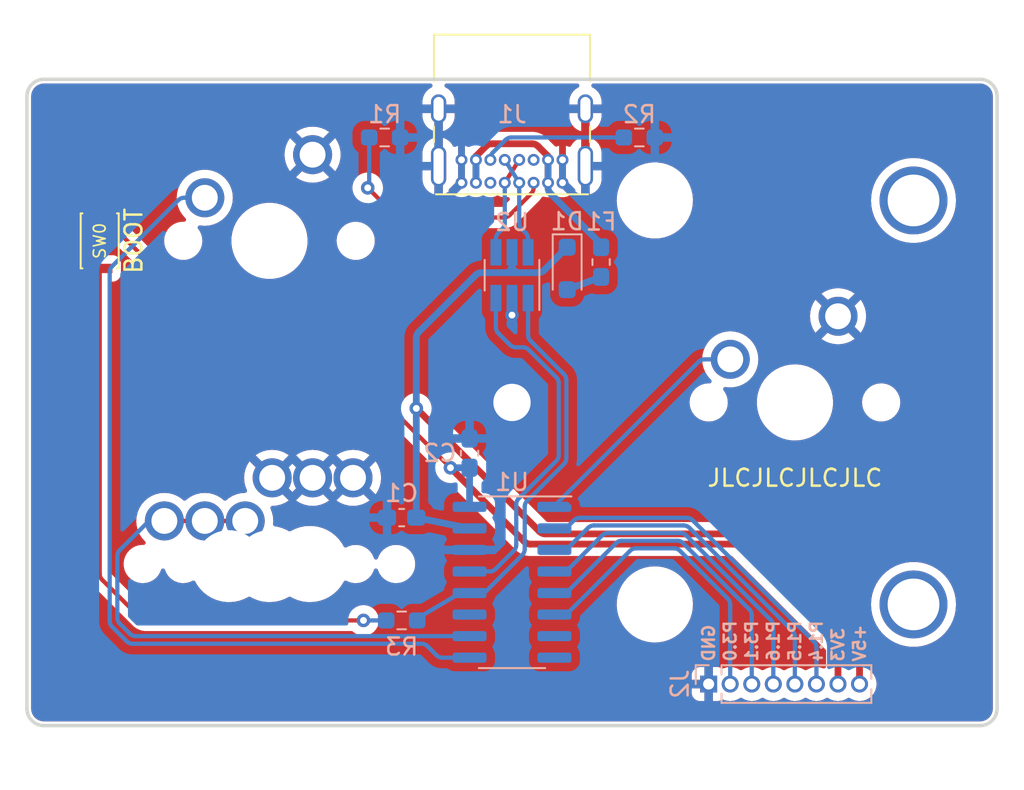
<source format=kicad_pcb>
(kicad_pcb (version 20221018) (generator pcbnew)
  (layers (0 "F.Cu" signal) (31 "B.Cu" signal) (34 "B.Paste" user) (35 "F.Paste" user) (36 "B.SilkS" user "B.Silkscreen") (37 "F.SilkS" user "F.Silkscreen") (38 "B.Mask" user) (39 "F.Mask" user) (44 "Edge.Cuts" user))
  (net 0 "")
  (net 1 "VCC")
  (net 2 "GND")
  (net 3 "Net-(D1-A)")
  (net 4 "VBUS")
  (net 5 "Net-(J1-CC1)")
  (net 6 "P_DP")
  (net 7 "P_DM")
  (net 9 "Net-(J1-CC2)")
  (net 11 "UDP")
  (net 12 "Net-(R3-Pad2)")
  (net 13 "Tab")
  (net 14 "Enter")
  (net 15 "Caps")
  (net 18 "UDM")
  (net 19 "+3V3")
  (net 20 "Net-(J2-Pin_2)")
  (net 21 "Net-(J2-Pin_3)")
  (net 22 "Net-(J2-Pin_4)")
  (net 23 "Net-(J2-Pin_5)")
  (net 24 "Net-(J2-Pin_6)")
  (footprint "MountingHole:MountingHole_2.2mm_M2_DIN965_Pad" (layer "F.Cu") (at 158.75 57.15)
    (fp_text reference "H1" hide)
    (fp_text value "MountingHole")
    (pad "1" thru_hole circle (at 0 0) (size 3.8 3.8) (drill 2.2) (layers "*.Cu" "*.Mask") (net 2 "GND"))
  )
  (footprint "Connector_USB:USB_C_Receptacle_GCT_USB4085" (layer "F.Cu") (at 161.725 44.2 180)
    (fp_text reference "J1" (at 2.975 4.03) (layer "B.SilkS") (effects (justify mirror)))
    (fp_text value "USB_C_Receptacle_USB2.0")
    (fp_line (start -1.62 2.4) (end -1.62 3.3) (stroke (width 0.12)) (layer "F.SilkS"))
    (fp_line (start -1.62 6) (end -1.62 8.73) (stroke (width 0.12)) (layer "F.SilkS"))
    (fp_line (start -1.62 8.73) (end 7.57 8.73) (stroke (width 0.12)) (layer "F.SilkS"))
    (fp_line (start -1.5 -0.68) (end 7.45 -0.68) (stroke (width 0.12)) (layer "F.SilkS"))
    (fp_line (start 7.57 2.4) (end 7.57 3.3) (stroke (width 0.12)) (layer "F.SilkS"))
    (fp_line (start 7.57 6) (end 7.57 8.73) (stroke (width 0.12)) (layer "F.SilkS"))
    (pad "A1" thru_hole circle (at 0 0 180) (size 0.7 0.7) (drill 0.4) (layers "*.Cu" "*.Mask") (net 2 "GND"))
    (pad "A4" thru_hole circle (at 0.85 0 180) (size 0.7 0.7) (drill 0.4) (layers "*.Cu" "*.Mask") (net 4 "VBUS"))
    (pad "A5" thru_hole circle (at 1.7 0 180) (size 0.7 0.7) (drill 0.4) (layers "*.Cu" "*.Mask") (net 5 "Net-(J1-CC1)"))
    (pad "A6" thru_hole circle (at 2.55 0 180) (size 0.7 0.7) (drill 0.4) (layers "*.Cu" "*.Mask") (net 6 "P_DP"))
    (pad "A7" thru_hole circle (at 3.4 0 180) (size 0.7 0.7) (drill 0.4) (layers "*.Cu" "*.Mask") (net 7 "P_DM"))
    (pad "A8" thru_hole circle (at 4.25 0 180) (size 0.7 0.7) (drill 0.4) (layers "*.Cu" "*.Mask"))
    (pad "A9" thru_hole circle (at 5.1 0 180) (size 0.7 0.7) (drill 0.4) (layers "*.Cu" "*.Mask") (net 4 "VBUS"))
    (pad "A12" thru_hole circle (at 5.95 0 180) (size 0.7 0.7) (drill 0.4) (layers "*.Cu" "*.Mask") (net 2 "GND"))
    (pad "B1" thru_hole circle (at 5.95 1.35 180) (size 0.7 0.7) (drill 0.4) (layers "*.Cu" "*.Mask") (net 2 "GND"))
    (pad "B4" thru_hole circle (at 5.1 1.35 180) (size 0.7 0.7) (drill 0.4) (layers "*.Cu" "*.Mask") (net 4 "VBUS"))
    (pad "B5" thru_hole circle (at 4.25 1.35 180) (size 0.7 0.7) (drill 0.4) (layers "*.Cu" "*.Mask") (net 9 "Net-(J1-CC2)"))
    (pad "B6" thru_hole circle (at 3.4 1.35 180) (size 0.7 0.7) (drill 0.4) (layers "*.Cu" "*.Mask") (net 6 "P_DP"))
    (pad "B7" thru_hole circle (at 2.55 1.35 180) (size 0.7 0.7) (drill 0.4) (layers "*.Cu" "*.Mask") (net 7 "P_DM"))
    (pad "B8" thru_hole circle (at 1.7 1.35 180) (size 0.7 0.7) (drill 0.4) (layers "*.Cu" "*.Mask"))
    (pad "B9" thru_hole circle (at 0.85 1.35 180) (size 0.7 0.7) (drill 0.4) (layers "*.Cu" "*.Mask") (net 4 "VBUS"))
    (pad "B12" thru_hole circle (at 0 1.35 180) (size 0.7 0.7) (drill 0.4) (layers "*.Cu" "*.Mask") (net 2 "GND"))
    (pad "S1" thru_hole oval (at -1.35 0.98 180) (size 0.9 2.4) (drill oval 0.6 2.1) (layers "*.Cu" "*.Mask") (net 2 "GND"))
    (pad "S1" thru_hole oval (at -1.35 4.36 180) (size 0.9 1.7) (drill oval 0.6 1.4) (layers "*.Cu" "*.Mask") (net 2 "GND"))
    (pad "S1" thru_hole oval (at 7.3 0.98 180) (size 0.9 2.4) (drill oval 0.6 2.1) (layers "*.Cu" "*.Mask") (net 2 "GND"))
    (pad "S1" thru_hole oval (at 7.3 4.36 180) (size 0.9 1.7) (drill oval 0.6 1.4) (layers "*.Cu" "*.Mask") (net 2 "GND"))
  )
  (footprint "PCM_marbastlib-mx:SW_MX_1u" (layer "F.Cu") (at 175.41875 57.15)
    (fp_text reference "SW2" hide)
    (fp_text value "ENTER")
    (pad "" np_thru_hole circle (at -5.08 0) (size 1.75 1.75) (drill 1.75) (layers "*.Cu" "*.Mask"))
    (pad "" np_thru_hole circle (at 0 0) (size 3.9878 3.9878) (drill 3.9878) (layers "*.Cu" "*.Mask"))
    (pad "" np_thru_hole circle (at 5.08 0) (size 1.75 1.75) (drill 1.75) (layers "*.Cu" "*.Mask"))
    (pad "1" thru_hole circle (at -3.81 -2.54) (size 2.3 2.3) (drill 1.524) (layers "*.Cu" "B.Mask") (net 14 "Enter"))
    (pad "2" thru_hole circle (at 2.54 -5.08) (size 2.3 2.3) (drill 1.524) (layers "*.Cu" "B.Mask") (net 2 "GND"))
  )
  (footprint "PCM_marbastlib-mx:SW_MX_1.5u" (layer "F.Cu") (at 144.4625 47.625)
    (fp_text reference "SW1" hide)
    (fp_text value "TAB")
    (pad "" np_thru_hole circle (at -5.08 0) (size 1.75 1.75) (drill 1.75) (layers "*.Cu" "*.Mask"))
    (pad "" np_thru_hole circle (at 0 0) (size 3.9878 3.9878) (drill 3.9878) (layers "*.Cu" "*.Mask"))
    (pad "" np_thru_hole circle (at 5.08 0) (size 1.75 1.75) (drill 1.75) (layers "*.Cu" "*.Mask"))
    (pad "1" thru_hole circle (at -3.81 -2.54) (size 2.3 2.3) (drill 1.524) (layers "*.Cu" "B.Mask") (net 13 "Tab"))
    (pad "2" thru_hole circle (at 2.54 -5.08) (size 2.3 2.3) (drill 1.524) (layers "*.Cu" "B.Mask") (net 2 "GND"))
  )
  (footprint "PCM_marbastlib-mx:SW_MX_1.75u_STP_1.5" (layer "F.Cu") (at 144.4625 66.675)
    (fp_text reference "SW4" hide)
    (fp_text value "CAPS_STEP1.5")
    (pad "" np_thru_hole circle (at -5.08 0) (size 1.75 1.75) (drill 1.75) (layers "*.Cu" "*.Mask"))
    (pad "" np_thru_hole circle (at 0 0) (size 3.9878 3.9878) (drill 3.9878) (layers "*.Cu" "*.Mask"))
    (pad "" np_thru_hole circle (at 5.08 0) (size 1.75 1.75) (drill 1.75) (layers "*.Cu" "*.Mask"))
    (pad "1" thru_hole circle (at -3.81 -2.54) (size 2.3 2.3) (drill 1.524) (layers "*.Cu" "B.Mask") (net 15 "Caps"))
    (pad "2" thru_hole circle (at 2.54 -5.08) (size 2.3 2.3) (drill 1.524) (layers "*.Cu" "B.Mask") (net 2 "GND"))
  )
  (footprint "PCM_marbastlib-mx:SW_MX_1.75u_STP_1.25" (layer "F.Cu") (at 142.08125 66.675)
    (fp_text reference "SW5" hide)
    (fp_text value "CAPS_STEP1.25")
    (pad "" np_thru_hole circle (at -5.08 0) (size 1.75 1.75) (drill 1.75) (layers "*.Cu" "*.Mask"))
    (pad "" np_thru_hole circle (at 0 0) (size 3.9878 3.9878) (drill 3.9878) (layers "*.Cu" "*.Mask"))
    (pad "" np_thru_hole circle (at 5.08 0) (size 1.75 1.75) (drill 1.75) (layers "*.Cu" "*.Mask"))
    (pad "1" thru_hole circle (at -3.81 -2.54) (size 2.3 2.3) (drill 1.524) (layers "*.Cu" "B.Mask") (net 15 "Caps"))
    (pad "2" thru_hole circle (at 2.54 -5.08) (size 2.3 2.3) (drill 1.524) (layers "*.Cu" "B.Mask") (net 2 "GND"))
  )
  (footprint "PCM_marbastlib-mx:STAB_MX_P_ISO-ROT" (layer "F.Cu") (at 175.41875 57.15)
    (fp_text reference "H2" hide)
    (fp_text value "ISO_STAB")
    (pad "" np_thru_hole circle (at -8.255 -11.90625 270) (size 3.9878 3.9878) (drill 3.9878) (layers "*.Cu" "*.Mask"))
    (pad "" np_thru_hole circle (at -8.255 11.90625 270) (size 3.9878 3.9878) (drill 3.9878) (layers "*.Cu" "*.Mask"))
    (pad "" thru_hole circle (at 6.985 -11.90625) (size 4 4) (drill 3.048) (layers "*.Cu" "B.Mask"))
    (pad "" thru_hole circle (at 6.985 11.90625) (size 4 4) (drill 3.048) (layers "*.Cu" "B.Mask"))
  )
  (footprint "Button_Switch_SMD:SW_SPST_CK_KXT3" (layer "F.Cu") (at 134.462 47.625 90)
    (fp_text reference "SW0" hide)
    (fp_text value "BOOT" (at 0 2 90) (layer "F.SilkS"))
    (fp_text user "${REFERENCE}" (at 0 0 90) (layer "F.SilkS") (effects (font (size 0.7 0.7) (thickness 0.1))))
    (fp_line (start -1.62 -1.12) (end -1.62 -1.02) (stroke (width 0.12)) (layer "F.SilkS"))
    (fp_line (start -1.62 -1.12) (end 1.62 -1.12) (stroke (width 0.12)) (layer "F.SilkS"))
    (fp_line (start -1.62 1.02) (end -1.62 1.12) (stroke (width 0.12)) (layer "F.SilkS"))
    (fp_line (start -1.62 1.12) (end 1.62 1.12) (stroke (width 0.12)) (layer "F.SilkS"))
    (fp_line (start 1.62 -1.12) (end 1.62 -1.02) (stroke (width 0.12)) (layer "F.SilkS"))
    (fp_line (start 1.62 1.02) (end 1.62 1.12) (stroke (width 0.12)) (layer "F.SilkS"))
    (pad "1" smd rect (at -1.625 0 90) (size 0.55 1.5) (layers "F.Cu" "F.Paste" "F.Mask") (net 12 "Net-(R3-Pad2)"))
    (pad "2" smd rect (at 1.625 0 90) (size 0.55 1.5) (layers "F.Cu" "F.Paste" "F.Mask") (net 19 "+3V3"))
  )
  (footprint "PCM_marbastlib-mx:SW_MX_1.75u" (layer "F.Cu") (at 146.84375 66.675)
    (fp_text reference "SW3" hide)
    (fp_text value "CAPS")
    (pad "" np_thru_hole circle (at -5.08 0) (size 1.75 1.75) (drill 1.75) (layers "*.Cu" "*.Mask"))
    (pad "" np_thru_hole circle (at 0 0) (size 3.9878 3.9878) (drill 3.9878) (layers "*.Cu" "*.Mask"))
    (pad "" np_thru_hole circle (at 5.08 0) (size 1.75 1.75) (drill 1.75) (layers "*.Cu" "*.Mask"))
    (pad "1" thru_hole circle (at -3.81 -2.54) (size 2.3 2.3) (drill 1.524) (layers "*.Cu" "B.Mask") (net 15 "Caps"))
    (pad "2" thru_hole circle (at 2.54 -5.08) (size 2.3 2.3) (drill 1.524) (layers "*.Cu" "B.Mask") (net 2 "GND"))
  )
  (footprint "Resistor_SMD:R_0603_1608Metric_Pad0.98x0.95mm_HandSolder" (layer "B.Cu") (at 152.25 70 180)
    (fp_text reference "R3" (at 0 -1.551195) (layer "B.SilkS") (effects (justify mirror)))
    (fp_text value "10k")
    (fp_line (start -0.254724 -0.5225) (end 0.254724 -0.5225) (stroke (width 0.12)) (layer "B.SilkS"))
    (fp_line (start -0.254724 0.5225) (end 0.254724 0.5225) (stroke (width 0.12)) (layer "B.SilkS"))
    (pad "1" smd roundrect (at -0.9125 0 180) (size 0.975 0.95) (layers "B.Cu" "B.Paste" "B.Mask") (net 11 "UDP"))
    (pad "2" smd roundrect (at 0.9125 0 180) (size 0.975 0.95) (layers "B.Cu" "B.Paste" "B.Mask") (net 12 "Net-(R3-Pad2)"))
  )
  (footprint "Package_TO_SOT_SMD:SOT-23-6_Handsoldering" (layer "B.Cu") (at 158.75 49.65 90)
    (fp_text reference "U2" (at 3.125 0 180) (layer "B.SilkS") (effects (justify mirror)))
    (fp_text value "USBLC6-2P6")
    (fp_line (start -0.9 -1.61) (end 0.9 -1.61) (stroke (width 0.12)) (layer "B.SilkS"))
    (fp_line (start 0.9 1.61) (end -2.05 1.61) (stroke (width 0.12)) (layer "B.SilkS"))
    (pad "1" smd rect (at -1.35 0.95 90) (size 1.56 0.65) (layers "B.Cu" "B.Paste" "B.Mask") (net 11 "UDP"))
    (pad "2" smd rect (at -1.35 0 90) (size 1.56 0.65) (layers "B.Cu" "B.Paste" "B.Mask") (net 2 "GND"))
    (pad "3" smd rect (at -1.35 -0.95 90) (size 1.56 0.65) (layers "B.Cu" "B.Paste" "B.Mask") (net 18 "UDM"))
    (pad "4" smd rect (at 1.35 -0.95 90) (size 1.56 0.65) (layers "B.Cu" "B.Paste" "B.Mask") (net 7 "P_DM"))
    (pad "5" smd rect (at 1.35 0 90) (size 1.56 0.65) (layers "B.Cu" "B.Paste" "B.Mask") (net 1 "VCC"))
    (pad "6" smd rect (at 1.35 0.95 90) (size 1.56 0.65) (layers "B.Cu" "B.Paste" "B.Mask") (net 6 "P_DP"))
  )
  (footprint "Package_SO:SOP-16_3.9x9.9mm_P1.27mm" (layer "B.Cu") (at 158.75 67.75 180)
    (fp_text reference "U1" (at 0 5.9) (layer "B.SilkS") (effects (justify mirror)))
    (fp_text value "CH552G")
    (fp_line (start 0 -5.06) (end -1.95 -5.06) (stroke (width 0.12)) (layer "B.SilkS"))
    (fp_line (start 0 -5.06) (end 1.95 -5.06) (stroke (width 0.12)) (layer "B.SilkS"))
    (fp_line (start 0 5.06) (end -3.5 5.06) (stroke (width 0.12)) (layer "B.SilkS"))
    (fp_line (start 0 5.06) (end 1.95 5.06) (stroke (width 0.12)) (layer "B.SilkS"))
    (pad "1" smd roundrect (at -2.5 4.445 180) (size 2 0.6) (layers "B.Cu" "B.Paste" "B.Mask") (chamfer_ratio 0.35) (chamfer bottom_left) (net 14 "Enter"))
    (pad "2" smd roundrect (at -2.5 3.175 180) (size 2 0.6) (layers "B.Cu" "B.Paste" "B.Mask") (net 24 "Net-(J2-Pin_6)"))
    (pad "3" smd roundrect (at -2.5 1.905 180) (size 2 0.6) (layers "B.Cu" "B.Paste" "B.Mask") (net 23 "Net-(J2-Pin_5)"))
    (pad "4" smd roundrect (at -2.5 0.635 180) (size 2 0.6) (layers "B.Cu" "B.Paste" "B.Mask") (net 22 "Net-(J2-Pin_4)"))
    (pad "5" smd roundrect (at -2.5 -0.635 180) (size 2 0.6) (layers "B.Cu" "B.Paste" "B.Mask") (net 21 "Net-(J2-Pin_3)"))
    (pad "6" smd roundrect (at -2.5 -1.905 180) (size 2 0.6) (layers "B.Cu" "B.Paste" "B.Mask") (net 20 "Net-(J2-Pin_2)"))
    (pad "7" smd roundrect (at -2.5 -3.175 180) (size 2 0.6) (layers "B.Cu" "B.Paste" "B.Mask"))
    (pad "8" smd roundrect (at -2.5 -4.445 180) (size 2 0.6) (layers "B.Cu" "B.Paste" "B.Mask"))
    (pad "9" smd roundrect (at 2.5 -4.445 180) (size 2 0.6) (layers "B.Cu" "B.Paste" "B.Mask") (net 13 "Tab"))
    (pad "10" smd roundrect (at 2.5 -3.175 180) (size 2 0.6) (layers "B.Cu" "B.Paste" "B.Mask") (net 15 "Caps"))
    (pad "11" smd roundrect (at 2.5 -1.905 180) (size 2 0.6) (layers "B.Cu" "B.Paste" "B.Mask"))
    (pad "12" smd roundrect (at 2.5 -0.635 180) (size 2 0.6) (layers "B.Cu" "B.Paste" "B.Mask") (net 11 "UDP"))
    (pad "13" smd roundrect (at 2.5 0.635 180) (size 2 0.6) (layers "B.Cu" "B.Paste" "B.Mask") (net 18 "UDM"))
    (pad "14" smd roundrect (at 2.5 1.905 180) (size 2 0.6) (layers "B.Cu" "B.Paste" "B.Mask") (net 2 "GND"))
    (pad "15" smd roundrect (at 2.5 3.175 180) (size 2 0.6) (layers "B.Cu" "B.Paste" "B.Mask") (net 1 "VCC"))
    (pad "16" smd roundrect (at 2.5 4.445 180) (size 2 0.6) (layers "B.Cu" "B.Paste" "B.Mask") (net 19 "+3V3"))
  )
  (footprint "Fuse:Fuse_0603_1608Metric_Pad1.05x0.95mm_HandSolder" (layer "B.Cu") (at 164 48.875 -90)
    (fp_text reference "F1" (at -2.375 0) (layer "B.SilkS") (effects (justify mirror)))
    (fp_text value "500mA")
    (fp_line (start -0.171267 -0.51) (end 0.171267 -0.51) (stroke (width 0.12)) (layer "B.SilkS"))
    (fp_line (start -0.171267 0.51) (end 0.171267 0.51) (stroke (width 0.12)) (layer "B.SilkS"))
    (pad "1" smd roundrect (at -0.875 0 270) (size 1.05 0.95) (layers "B.Cu" "B.Paste" "B.Mask") (net 4 "VBUS"))
    (pad "2" smd roundrect (at 0.875 0 270) (size 1.05 0.95) (layers "B.Cu" "B.Paste" "B.Mask") (net 3 "Net-(D1-A)"))
  )
  (footprint "Diode_SMD:D_SOD-323_HandSoldering" (layer "B.Cu") (at 162 49.25 -90)
    (fp_text reference "D1" (at -2.77 0) (layer "B.SilkS") (effects (justify mirror)))
    (fp_text value "PMEG2010EA")
    (fp_line (start -2.01 -0.85) (end 1.25 -0.85) (stroke (width 0.12)) (layer "B.SilkS"))
    (fp_line (start -2.01 0.85) (end -2.01 -0.85) (stroke (width 0.12)) (layer "B.SilkS"))
    (fp_line (start -2.01 0.85) (end 1.25 0.85) (stroke (width 0.12)) (layer "B.SilkS"))
    (pad "1" smd roundrect (at -1.25 0 270) (size 1 1) (layers "B.Cu" "B.Paste" "B.Mask") (net 1 "VCC"))
    (pad "2" smd roundrect (at 1.25 0 270) (size 1 1) (layers "B.Cu" "B.Paste" "B.Mask") (net 3 "Net-(D1-A)"))
  )
  (footprint "Capacitor_SMD:C_0603_1608Metric_Pad1.08x0.95mm_HandSolder" (layer "B.Cu") (at 152.25 63.94 180)
    (fp_text reference "C1" (at 0 1.44 180) (layer "B.SilkS") (effects (justify mirror)))
    (fp_text value "100nF")
    (fp_line (start -0.146267 -0.51) (end 0.146267 -0.51) (stroke (width 0.12)) (layer "B.SilkS"))
    (fp_line (start -0.146267 0.51) (end 0.146267 0.51) (stroke (width 0.12)) (layer "B.SilkS"))
    (pad "1" smd roundrect (at -0.8625 0 180) (size 1.075 0.95) (layers "B.Cu" "B.Paste" "B.Mask") (net 1 "VCC"))
    (pad "2" smd roundrect (at 0.8625 0 180) (size 1.075 0.95) (layers "B.Cu" "B.Paste" "B.Mask") (net 2 "GND"))
  )
  (footprint "Resistor_SMD:R_0603_1608Metric_Pad0.98x0.95mm_HandSolder" (layer "B.Cu") (at 166.25 41.53)
    (fp_text reference "R2" (at 0 -1.36) (layer "B.SilkS") (effects (justify mirror)))
    (fp_text value "5.1k")
    (fp_line (start -0.254724 -0.5225) (end 0.254724 -0.5225) (stroke (width 0.12)) (layer "B.SilkS"))
    (fp_line (start -0.254724 0.5225) (end 0.254724 0.5225) (stroke (width 0.12)) (layer "B.SilkS"))
    (pad "1" smd roundrect (at -0.9125 0) (size 0.975 0.95) (layers "B.Cu" "B.Paste" "B.Mask") (net 9 "Net-(J1-CC2)"))
    (pad "2" smd roundrect (at 0.9125 0) (size 0.975 0.95) (layers "B.Cu" "B.Paste" "B.Mask") (net 2 "GND"))
  )
  (footprint "Capacitor_SMD:C_0603_1608Metric_Pad1.08x0.95mm_HandSolder" (layer "B.Cu") (at 156.25 60.1375 90)
    (fp_text reference "C2" (at 0 -1.75 180) (layer "B.SilkS") (effects (justify mirror)))
    (fp_text value "100nF")
    (fp_line (start -0.146267 -0.51) (end 0.146267 -0.51) (stroke (width 0.12)) (layer "B.SilkS"))
    (fp_line (start -0.146267 0.51) (end 0.146267 0.51) (stroke (width 0.12)) (layer "B.SilkS"))
    (pad "1" smd roundrect (at -0.8625 0 90) (size 1.075 0.95) (layers "B.Cu" "B.Paste" "B.Mask") (net 19 "+3V3"))
    (pad "2" smd roundrect (at 0.8625 0 90) (size 1.075 0.95) (layers "B.Cu" "B.Paste" "B.Mask") (net 2 "GND"))
  )
  (footprint "Resistor_SMD:R_0603_1608Metric_Pad0.98x0.95mm_HandSolder" (layer "B.Cu") (at 151.25 41.53)
    (fp_text reference "R1" (at 0 -1.36) (layer "B.SilkS") (effects (justify mirror)))
    (fp_text value "5.1k")
    (fp_line (start -0.254724 -0.5225) (end 0.254724 -0.5225) (stroke (width 0.12)) (layer "B.SilkS"))
    (fp_line (start -0.254724 0.5225) (end 0.254724 0.5225) (stroke (width 0.12)) (layer "B.SilkS"))
    (pad "1" smd roundrect (at -0.9125 0) (size 0.975 0.95) (layers "B.Cu" "B.Paste" "B.Mask") (net 5 "Net-(J1-CC1)"))
    (pad "2" smd roundrect (at 0.9125 0) (size 0.975 0.95) (layers "B.Cu" "B.Paste" "B.Mask") (net 2 "GND"))
  )
  (footprint "Connector_PinHeader_1.27mm:PinHeader_1x08_P1.27mm_Vertical" (layer "B.Cu") (at 170.33375 73.75 -90)
    (fp_text reference "J2" (at 0 1.695 90) (layer "B.SilkS") (effects (justify mirror)))
    (fp_text value "Conn_01x08_Pin")
    (fp_line (start -1.11 -9.585) (end -0.30753 -9.585) (stroke (width 0.12)) (layer "B.SilkS"))
    (fp_line (start -1.11 -0.76) (end -1.11 -9.585) (stroke (width 0.12)) (layer "B.SilkS"))
    (fp_line (start -1.11 -0.76) (end -0.563471 -0.76) (stroke (width 0.12)) (layer "B.SilkS"))
    (fp_line (start -1.11 0) (end -1.11 0.76) (stroke (width 0.12)) (layer "B.SilkS"))
    (fp_line (start -1.11 0.76) (end 0 0.76) (stroke (width 0.12)) (layer "B.SilkS"))
    (fp_line (start 0.30753 -9.585) (end 1.11 -9.585) (stroke (width 0.12)) (layer "B.SilkS"))
    (fp_line (start 0.563471 -0.76) (end 1.11 -0.76) (stroke (width 0.12)) (layer "B.SilkS"))
    (fp_line (start 1.11 -0.76) (end 1.11 -9.585) (stroke (width 0.12)) (layer "B.SilkS"))
    (pad "1" thru_hole rect (at 0 0 270) (size 1 1) (drill 0.65) (layers "*.Cu" "*.Mask") (net 2 "GND"))
    (pad "2" thru_hole oval (at 0 -1.27 270) (size 1 1) (drill 0.65) (layers "*.Cu" "*.Mask") (net 20 "Net-(J2-Pin_2)"))
    (pad "3" thru_hole oval (at 0 -2.54 270) (size 1 1) (drill 0.65) (layers "*.Cu" "*.Mask") (net 21 "Net-(J2-Pin_3)"))
    (pad "4" thru_hole oval (at 0 -3.81 270) (size 1 1) (drill 0.65) (layers "*.Cu" "*.Mask") (net 22 "Net-(J2-Pin_4)"))
    (pad "5" thru_hole oval (at 0 -5.08 270) (size 1 1) (drill 0.65) (layers "*.Cu" "*.Mask") (net 23 "Net-(J2-Pin_5)"))
    (pad "6" thru_hole oval (at 0 -6.35 270) (size 1 1) (drill 0.65) (layers "*.Cu" "*.Mask") (net 24 "Net-(J2-Pin_6)"))
    (pad "7" thru_hole oval (at 0 -7.62 270) (size 1 1) (drill 0.65) (layers "*.Cu" "*.Mask") (net 19 "+3V3"))
    (pad "8" thru_hole oval (at 0 -8.89 270) (size 1 1) (drill 0.65) (layers "*.Cu" "*.Mask") (net 1 "VCC"))
  )
  (gr_line (start 130.175 75.2) (end 130.175 39.1) (stroke (width 0.2)) (layer "Edge.Cuts"))
  (gr_arc (start 130.175 39.1) (mid 130.467893 38.392893) (end 131.175 38.1) (stroke (width 0.2)) (layer "Edge.Cuts"))
  (gr_arc (start 131.175 76.2) (mid 130.467893 75.907107) (end 130.175 75.2) (stroke (width 0.2)) (layer "Edge.Cuts"))
  (gr_line (start 187.325 39.1) (end 187.325 75.2) (stroke (width 0.2)) (layer "Edge.Cuts"))
  (gr_line (start 186.325 76.2) (end 131.175 76.2) (stroke (width 0.2)) (layer "Edge.Cuts"))
  (gr_arc (start 187.325 75.2) (mid 187.032107 75.907107) (end 186.325 76.2) (stroke (width 0.2)) (layer "Edge.Cuts"))
  (gr_line (start 131.175 38.1) (end 186.325 38.1) (stroke (width 0.2)) (layer "Edge.Cuts"))
  (gr_arc (start 186.325 38.1) (mid 187.032107 38.392893) (end 187.325 39.1) (stroke (width 0.2)) (layer "Edge.Cuts"))
  (gr_text "P1.5" (at 175.41375 72.5 90) (layer "B.SilkS") (effects (font (size 0.7 0.7) (thickness 0.15) bold) (justify right mirror)))
  (gr_text "P3.0" (at 171.60375 72.5 90) (layer "B.SilkS") (effects (font (size 0.7 0.7) (thickness 0.15) bold) (justify right mirror)))
  (gr_text "P3.1" (at 172.87375 72.5 90) (layer "B.SilkS") (effects (font (size 0.7 0.7) (thickness 0.15) bold) (justify right mirror)))
  (gr_text "P1.4" (at 176.68375 72.5 90) (layer "B.SilkS") (effects (font (size 0.7 0.7) (thickness 0.15) bold) (justify right mirror)))
  (gr_text "+5V" (at 179.22375 72.5 90) (layer "B.SilkS") (effects (font (size 0.7 0.7) (thickness 0.15) bold) (justify right mirror)))
  (gr_text "P1.6" (at 174.14375 72.5 90) (layer "B.SilkS") (effects (font (size 0.7 0.7) (thickness 0.15) bold) (justify right mirror)))
  (gr_text "GND" (at 170.33375 72.5 90) (layer "B.SilkS") (effects (font (size 0.7 0.7) (thickness 0.15) bold) (justify right mirror)))
  (gr_text "3V3" (at 177.95375 72.5 90) (layer "B.SilkS") (effects (font (size 0.7 0.7) (thickness 0.15) bold) (justify right mirror)))
  (gr_text "JLCJLCJLCJLC" (at 175.41875 61.6) (layer "F.SilkS") (effects (font (size 1 1))))
  (segment (start 160.719607 64.9) (end 172.041421 64.9) (width 0.4) (layer "F.Cu") (net 1))
  (segment (start 179.22375 72.082329) (end 179.22375 73.75) (width 0.4) (layer "F.Cu") (net 1))
  (segment (start 153.1125 57.5) (end 160.366054 64.753554) (width 0.4) (layer "F.Cu") (net 1))
  (segment (start 172.394975 65.046447) (end 179.077304 71.728776) (width 0.4) (layer "F.Cu") (net 1))
  (via (at 153.1125 57.5) (size 0.8) (drill 0.4) (layers "F.Cu" "B.Cu") (net 1))
  (arc (start 172.394975 65.046447) (mid 172.232763 64.93806) (end 172.041421 64.9) (width 0.4) (layer "F.Cu") (net 1))
  (arc (start 160.366054 64.753554) (mid 160.528266 64.86194) (end 160.719607 64.9) (width 0.4) (layer "F.Cu") (net 1))
  (arc (start 179.22375 72.082329) (mid 179.18569 71.890988) (end 179.077304 71.728776) (width 0.4) (layer "F.Cu") (net 1))
  (segment (start 160.292893 49.5) (end 159 49.5) (width 0.4) (layer "B.Cu") (net 1))
  (segment (start 156.25 64.575) (end 153.1125 63.94) (width 0.4) (layer "B.Cu") (net 1))
  (segment (start 158.896447 49.396447) (end 159 49.5) (width 0.4) (layer "B.Cu") (net 1))
  (segment (start 158.75 48.3) (end 158.75 49.042893) (width 0.4) (layer "B.Cu") (net 1))
  (segment (start 153.1125 63.94) (end 153.1125 53.344607) (width 0.4) (layer "B.Cu") (net 1))
  (segment (start 156.957107 49.5) (end 159 49.5) (width 0.4) (layer "B.Cu") (net 1))
  (segment (start 162 48) (end 160.646446 49.353554) (width 0.4) (layer "B.Cu") (net 1))
  (segment (start 153.258947 52.991053) (end 156.603554 49.646446) (width 0.4) (layer "B.Cu") (net 1))
  (segment (start 158.75 49.047893) (end 158.75 48.3) (width 0.4) (layer "B.Cu") (net 1))
  (arc (start 158.896447 49.396447) (mid 158.78806 49.234235) (end 158.75 49.042893) (width 0.4) (layer "B.Cu") (net 1))
  (arc (start 153.1125 53.344607) (mid 153.15056 53.153265) (end 153.258947 52.991053) (width 0.4) (layer "B.Cu") (net 1))
  (arc (start 160.292893 49.5) (mid 160.484234 49.46194) (end 160.646446 49.353554) (width 0.4) (layer "B.Cu") (net 1))
  (arc (start 156.957107 49.5) (mid 156.765766 49.53806) (end 156.603554 49.646446) (width 0.4) (layer "B.Cu") (net 1))
  (arc (start 158.603554 49.401446) (mid 158.71194 49.239234) (end 158.75 49.047893) (width 0.4) (layer "B.Cu") (net 1))
  (segment (start 155.775 44.2) (end 155.775 41.775) (width 0.4) (layer "F.Cu") (net 2))
  (segment (start 161.725 41.75) (end 161.725 42.85) (width 0.4) (layer "F.Cu") (net 2))
  (segment (start 161.725 42.85) (end 161.725 44.2) (width 0.4) (layer "F.Cu") (net 2))
  (via (at 158.75 52) (size 0.8) (drill 0.4) (layers "F.Cu" "B.Cu") (net 2))
  (segment (start 161.725 44.2) (end 161.725 42.85) (width 0.4) (layer "B.Cu") (net 2))
  (segment (start 155.775 44.2) (end 155.775 41.75) (width 0.4) (layer "B.Cu") (net 2))
  (segment (start 162 50.5) (end 164 49.75) (width 0.4) (layer "B.Cu") (net 3))
  (segment (start 159.928554 41.9) (end 157.571446 41.9) (width 0.4) (layer "F.Cu") (net 4))
  (segment (start 156.625 42.639339) (end 156.625 42.85) (width 0.4) (layer "F.Cu") (net 4))
  (segment (start 160.875 42.85) (end 160.875 42.639339) (width 0.4) (layer "F.Cu") (net 4))
  (segment (start 160.875 44.2) (end 160.875 42.85) (width 0.4) (layer "F.Cu") (net 4))
  (segment (start 156.625 44.2) (end 156.625 42.85) (width 0.4) (layer "F.Cu") (net 4))
  (segment (start 160.875 42.639339) (end 160.282108 42.046447) (width 0.4) (layer "F.Cu") (net 4))
  (segment (start 157.217893 42.046446) (end 156.625 42.639339) (width 0.4) (layer "F.Cu") (net 4))
  (arc (start 160.282108 42.046447) (mid 160.119896 41.93806) (end 159.928554 41.9) (width 0.4) (layer "F.Cu") (net 4))
  (arc (start 157.571446 41.9) (mid 157.380105 41.93806) (end 157.217893 42.046446) (width 0.4) (layer "F.Cu") (net 4))
  (segment (start 160.875 44.2) (end 160.875 42.85) (width 0.4) (layer "B.Cu") (net 4))
  (segment (start 156.625 44.2) (end 156.625 42.85) (width 0.4) (layer "B.Cu") (net 4))
  (segment (start 161.021447 44.841421) (end 164 47.819974) (width 0.4) (layer "B.Cu") (net 4))
  (segment (start 160.875 44.2) (end 160.875 44.487867) (width 0.4) (layer "B.Cu") (net 4))
  (arc (start 161.021447 44.841421) (mid 160.91306 44.679209) (end 160.875 44.487867) (width 0.4) (layer "B.Cu") (net 4))
  (segment (start 152.207107 46.25) (end 158.262867 46.25) (width 0.25) (layer "F.Cu") (net 5))
  (segment (start 158.616421 46.103553) (end 159.878554 44.84142) (width 0.25) (layer "F.Cu") (net 5))
  (segment (start 160.025 44.487867) (end 160.025 44.2) (width 0.25) (layer "F.Cu") (net 5))
  (segment (start 150.25 44.5) (end 151.853554 46.103554) (width 0.25) (layer "F.Cu") (net 5))
  (via (at 150.25 44.5) (size 0.8) (drill 0.4) (layers "F.Cu" "B.Cu") (net 5))
  (arc (start 159.878554 44.84142) (mid 159.98694 44.679208) (end 160.025 44.487867) (width 0.25) (layer "F.Cu") (net 5))
  (arc (start 158.262867 46.25) (mid 158.454207 46.211929) (end 158.616421 46.103553) (width 0.25) (layer "F.Cu") (net 5))
  (arc (start 151.853554 46.103554) (mid 152.015766 46.21194) (end 152.207107 46.25) (width 0.25) (layer "F.Cu") (net 5))
  (segment (start 150.25 44.5) (end 150.3375 44.4125) (width 0.25) (layer "B.Cu") (net 5))
  (segment (start 150.3375 44.4125) (end 150.3375 41.53) (width 0.25) (layer "B.Cu") (net 5))
  (segment (start 159.175 44.2) (end 159.175 46.567893) (width 0.25) (layer "B.Cu") (net 6))
  (segment (start 159.7 47.507107) (end 159.7 48.3) (width 0.25) (layer "B.Cu") (net 6))
  (segment (start 158.325 42.85) (end 159.175 44.2) (width 0.25) (layer "B.Cu") (net 6))
  (segment (start 159.321447 46.921447) (end 159.553554 47.153554) (width 0.25) (layer "B.Cu") (net 6))
  (arc (start 159.7 47.507107) (mid 159.66194 47.315766) (end 159.553554 47.153554) (width 0.25) (layer "B.Cu") (net 6))
  (arc (start 159.175 46.567893) (mid 159.21306 46.759235) (end 159.321447 46.921447) (width 0.25) (layer "B.Cu") (net 6))
  (segment (start 158.325 44.2) (end 159.175 42.85) (width 0.25) (layer "F.Cu") (net 7))
  (segment (start 157.8 47.507107) (end 157.8 48.3) (width 0.25) (layer "B.Cu") (net 7))
  (segment (start 158.325 44.2) (end 158.325 46.567893) (width 0.25) (layer "B.Cu") (net 7))
  (segment (start 158.178553 46.921447) (end 157.946446 47.153554) (width 0.25) (layer "B.Cu") (net 7))
  (arc (start 157.8 47.507107) (mid 157.83806 47.315766) (end 157.946446 47.153554) (width 0.25) (layer "B.Cu") (net 7))
  (arc (start 158.325 46.567893) (mid 158.28694 46.759235) (end 158.178553 46.921447) (width 0.25) (layer "B.Cu") (net 7))
  (segment (start 158.717568 41.53) (end 165.3375 41.53) (width 0.25) (layer "B.Cu") (net 9))
  (segment (start 157.475 42.85) (end 157.475 42.772568) (width 0.25) (layer "B.Cu") (net 9))
  (segment (start 157.621447 42.419014) (end 158.364015 41.676446) (width 0.25) (layer "B.Cu") (net 9))
  (arc (start 158.364015 41.676446) (mid 158.526227 41.56806) (end 158.717568 41.53) (width 0.25) (layer "B.Cu") (net 9))
  (arc (start 157.621447 42.419014) (mid 157.51306 42.581226) (end 157.475 42.772568) (width 0.25) (layer "B.Cu") (net 9))
  (segment (start 153.1625 69.885) (end 155.7 68.385) (width 0.25) (layer "B.Cu") (net 11))
  (segment (start 161.953554 60.432842) (end 161.953554 55.834925) (width 0.25) (layer "B.Cu") (net 11))
  (segment (start 157.261447 68.238553) (end 159.353554 66.146446) (width 0.25) (layer "B.Cu") (net 11))
  (segment (start 159.646447 62.947056) (end 161.807108 60.786395) (width 0.25) (layer "B.Cu") (net 11))
  (segment (start 159.7 53.167157) (end 159.7 51) (width 0.25) (layer "B.Cu") (net 11))
  (segment (start 156.25 68.385) (end 156.907893 68.385) (width 0.25) (layer "B.Cu") (net 11))
  (segment (start 159.5 65.792893) (end 159.5 63.30061) (width 0.25) (layer "B.Cu") (net 11))
  (segment locked (start 161.807107 55.481371) (end 159.846447 53.520711) (width 0.25) (layer "B.Cu") (net 11))
  (arc (start 156.907893 68.385) (mid 157.099235 68.34694) (end 157.261447 68.238553) (width 0.25) (layer "B.Cu") (net 11))
  (arc (start 161.953554 60.432842) (mid 161.915494 60.624183) (end 161.807108 60.786395) (width 0.25) (layer "B.Cu") (net 11))
  (arc (start 161.953554 55.834925) (mid 161.915494 55.643583) (end 161.807107 55.481371) (width 0.25) (layer "B.Cu") (net 11))
  (arc (start 159.646447 62.947056) (mid 159.53806 63.109268) (end 159.5 63.30061) (width 0.25) (layer "B.Cu") (net 11))
  (arc (start 159.846447 53.520711) (mid 159.73806 53.358499) (end 159.7 53.167157) (width 0.25) (layer "B.Cu") (net 11))
  (arc (start 159.353554 66.146446) (mid 159.46194 65.984234) (end 159.5 65.792893) (width 0.25) (layer "B.Cu") (net 11))
  (segment (start 134.462 67.254893) (end 134.462 49.25) (width 0.25) (layer "F.Cu") (net 12))
  (segment (start 150 70) (end 137.207107 70) (width 0.25) (layer "F.Cu") (net 12))
  (segment (start 136.853553 69.853553) (end 134.608446 67.608446) (width 0.25) (layer "F.Cu") (net 12))
  (via (at 150 70) (size 0.8) (drill 0.4) (layers "F.Cu" "B.Cu") (net 12))
  (arc (start 134.608446 67.608446) (mid 134.50006 67.446234) (end 134.462 67.254893) (width 0.25) (layer "F.Cu") (net 12))
  (arc (start 137.207107 70) (mid 137.015765 69.961937) (end 136.853553 69.853553) (width 0.25) (layer "F.Cu") (net 12))
  (segment (start 150 70) (end 151.286305 70) (width 0.25) (layer "B.Cu") (net 12))
  (segment (start 154.298553 72.048553) (end 153.771446 71.521446) (width 0.25) (layer "B.Cu") (net 13))
  (segment (start 139.440369 45.085) (end 140.6525 45.085) (width 0.25) (layer "B.Cu") (net 13))
  (segment (start 135.05 70.023337) (end 135.05 49.475369) (width 0.25) (layer "B.Cu") (net 13))
  (segment (start 153.417893 71.375) (end 136.401663 71.375) (width 0.25) (layer "B.Cu") (net 13))
  (segment (start 135.196447 49.121815) (end 139.086816 45.231446) (width 0.25) (layer "B.Cu") (net 13))
  (segment (start 156.25 72.195) (end 154.652107 72.195) (width 0.25) (layer "B.Cu") (net 13))
  (segment (start 136.048109 71.228553) (end 135.196446 70.37689) (width 0.25) (layer "B.Cu") (net 13))
  (arc (start 135.05 70.023337) (mid 135.08806 70.214678) (end 135.196446 70.37689) (width 0.25) (layer "B.Cu") (net 13))
  (arc (start 154.652107 72.195) (mid 154.460765 72.15694) (end 154.298553 72.048553) (width 0.25) (layer "B.Cu") (net 13))
  (arc (start 139.440369 45.085) (mid 139.249028 45.12306) (end 139.086816 45.231446) (width 0.25) (layer "B.Cu") (net 13))
  (arc (start 136.401663 71.375) (mid 136.210321 71.33694) (end 136.048109 71.228553) (width 0.25) (layer "B.Cu") (net 13))
  (arc (start 135.05 49.475369) (mid 135.08806 49.284027) (end 135.196447 49.121815) (width 0.25) (layer "B.Cu") (net 13))
  (arc (start 153.417893 71.375) (mid 153.609234 71.41306) (end 153.771446 71.521446) (width 0.25) (layer "B.Cu") (net 13))
  (segment (start 161.25 63.25) (end 169.743554 54.756446) (width 0.25) (layer "B.Cu") (net 14))
  (segment (start 161.25 63.305) (end 161.25 63.25) (width 0.25) (layer "B.Cu") (net 14))
  (segment (start 170.097107 54.61) (end 171.60875 54.61) (width 0.25) (layer "B.Cu") (net 14))
  (arc (start 169.743554 54.756446) (mid 169.905764 54.648058) (end 170.097107 54.61) (width 0.25) (layer "B.Cu") (net 14))
  (segment (start 138.27125 64.135) (end 143.03375 64.135) (width 0.25) (layer "F.Cu") (net 15))
  (segment (start 136.588059 70.925) (end 156.25 70.925) (width 0.25) (layer "B.Cu") (net 15))
  (segment (start 135.5 66.207107) (end 135.5 69.836941) (width 0.25) (layer "B.Cu") (net 15))
  (segment (start 137.365 64.135) (end 135.646446 65.853554) (width 0.25) (layer "B.Cu") (net 15))
  (segment (start 135.646447 70.190495) (end 136.234506 70.778554) (width 0.25) (layer "B.Cu") (net 15))
  (arc (start 135.646447 70.190495) (mid 135.53806 70.028283) (end 135.5 69.836941) (width 0.25) (layer "B.Cu") (net 15))
  (arc (start 135.646446 65.853554) (mid 135.53806 66.015766) (end 135.5 66.207107) (width 0.25) (layer "B.Cu") (net 15))
  (arc (start 136.588059 70.925) (mid 136.396718 70.88694) (end 136.234506 70.778554) (width 0.25) (layer "B.Cu") (net 15))
  (segment (start 159 65.542893) (end 159 63.164214) (width 0.25) (layer "B.Cu") (net 18))
  (segment (start 156.251364 67.113636) (end 157.49354 67.113636) (width 0.25) (layer "B.Cu") (net 18))
  (segment (start 161.503554 60.246446) (end 161.503554 56.021321) (width 0.25) (layer "B.Cu") (net 18))
  (segment (start 157.8 52.717893) (end 157.8 51) (width 0.25) (layer "B.Cu") (net 18))
  (segment (start 158.630697 53.755697) (end 157.946447 53.071447) (width 0.25) (layer "B.Cu") (net 18))
  (segment (start 157.781447 66.968553) (end 158.853554 65.896446) (width 0.25) (layer "B.Cu") (net 18))
  (segment (start 159.447776 53.902143) (end 158.98425 53.902143) (width 0.25) (layer "B.Cu") (net 18))
  (segment (start 156.25 67.115) (end 156.251364 67.113636) (width 0.25) (layer "B.Cu") (net 18))
  (segment (start 159.146447 62.81066) (end 161.357108 60.599999) (width 0.25) (layer "B.Cu") (net 18))
  (segment locked (start 161.357107 55.667767) (end 159.735787 54.046447) (width 0.25) (layer "B.Cu") (net 18))
  (arc (start 158.98425 53.902143) (mid 158.792909 53.864083) (end 158.630697 53.755697) (width 0.25) (layer "B.Cu") (net 18))
  (arc (start 161.503554 56.021321) (mid 161.465494 55.829979) (end 161.357107 55.667767) (width 0.25) (layer "B.Cu") (net 18))
  (arc (start 161.357108 60.599999) (mid 161.465494 60.437787) (end 161.503554 60.246446) (width 0.25) (layer "B.Cu") (net 18))
  (arc (start 159 63.164214) (mid 159.03806 62.972872) (end 159.146447 62.81066) (width 0.25) (layer "B.Cu") (net 18))
  (arc (start 159.735787 54.046447) (mid 159.60338 53.951555) (end 159.447776 53.902143) (width 0.25) (layer "B.Cu") (net 18))
  (arc (start 158.853554 65.896446) (mid 158.96194 65.734234) (end 159 65.542893) (width 0.25) (layer "B.Cu") (net 18))
  (arc (start 157.946447 53.071447) (mid 157.83806 52.909235) (end 157.8 52.717893) (width 0.25) (layer "B.Cu") (net 18))
  (arc (start 157.49354 67.113636) (mid 157.649037 67.063434) (end 157.781447 66.968553) (width 0.25) (layer "B.Cu") (net 18))
  (segment (start 143.415553 54.953553) (end 134.462 46) (width 0.25) (layer "F.Cu") (net 19))
  (segment (start 155.125 61) (end 159.478554 65.353554) (width 0.4) (layer "F.Cu") (net 19))
  (segment (start 172.146447 65.646447) (end 177.807304 71.307304) (width 0.4) (layer "F.Cu") (net 19))
  (segment (start 149.746446 55.621446) (end 149.371446 55.246446) (width 0.25) (layer "F.Cu") (net 19))
  (segment (start 149.017893 55.1) (end 143.769107 55.1) (width 0.25) (layer "F.Cu") (net 19))
  (segment (start 159.478554 65.353554) (end 159.478553 65.353553) (width 0.4) (layer "F.Cu") (net 19))
  (segment (start 177.95375 71.660857) (end 177.95375 73.75) (width 0.4) (layer "F.Cu") (net 19))
  (segment (start 159.832107 65.5) (end 171.792893 65.5) (width 0.4) (layer "F.Cu") (net 19))
  (segment (start 155.125 61) (end 149.746446 55.621446) (width 0.25) (layer "F.Cu") (net 19))
  (via (at 155.125 61) (size 0.8) (drill 0.4) (layers "F.Cu" "B.Cu") (net 19))
  (arc (start 177.807304 71.307304) (mid 177.91569 71.469516) (end 177.95375 71.660857) (width 0.4) (layer "F.Cu") (net 19))
  (arc (start 143.769107 55.1) (mid 143.577765 55.061937) (end 143.415553 54.953553) (width 0.25) (layer "F.Cu") (net 19))
  (arc (start 159.478553 65.353553) (mid 159.640765 65.46194) (end 159.832107 65.5) (width 0.4) (layer "F.Cu") (net 19))
  (arc (start 171.792893 65.5) (mid 171.984235 65.538063) (end 172.146447 65.646447) (width 0.4) (layer "F.Cu") (net 19))
  (arc (start 149.371446 55.246446) (mid 149.209234 55.13806) (end 149.017893 55.1) (width 0.25) (layer "F.Cu") (net 19))
  (segment (start 155.125 61) (end 156.25 61) (width 0.4) (layer "B.Cu") (net 19))
  (segment (start 156.25 63.305) (end 156.25 61) (width 0.4) (layer "B.Cu") (net 19))
  (segment (start 171.60375 69.060857) (end 171.60375 73.75) (width 0.25) (layer "B.Cu") (net 20))
  (segment (start 168.646447 65.896447) (end 171.457304 68.707304) (width 0.25) (layer "B.Cu") (net 20))
  (segment (start 162.091447 69.508553) (end 165.703554 65.896446) (width 0.25) (layer "B.Cu") (net 20))
  (segment (start 166.057107 65.75) (end 168.292893 65.75) (width 0.25) (layer "B.Cu") (net 20))
  (segment (start 161.25 69.655) (end 161.737893 69.655) (width 0.25) (layer "B.Cu") (net 20))
  (arc (start 171.457304 68.707304) (mid 171.56569 68.869516) (end 171.60375 69.060857) (width 0.25) (layer "B.Cu") (net 20))
  (arc (start 162.091447 69.508553) (mid 161.929235 69.61694) (end 161.737893 69.655) (width 0.25) (layer "B.Cu") (net 20))
  (arc (start 165.703554 65.896446) (mid 165.865766 65.78806) (end 166.057107 65.75) (width 0.25) (layer "B.Cu") (net 20))
  (arc (start 168.646447 65.896447) (mid 168.484235 65.78806) (end 168.292893 65.75) (width 0.25) (layer "B.Cu") (net 20))
  (segment (start 168.832843 65.446447) (end 172.727304 69.340908) (width 0.25) (layer "B.Cu") (net 21))
  (segment (start 172.87375 69.694461) (end 172.87375 73.75) (width 0.25) (layer "B.Cu") (net 21))
  (segment (start 162.086447 68.238553) (end 164.878554 65.446446) (width 0.25) (layer "B.Cu") (net 21))
  (segment (start 165.232107 65.3) (end 168.479289 65.3) (width 0.25) (layer "B.Cu") (net 21))
  (segment (start 161.25 68.385) (end 161.732893 68.385) (width 0.25) (layer "B.Cu") (net 21))
  (arc (start 161.732893 68.385) (mid 161.924235 68.34694) (end 162.086447 68.238553) (width 0.25) (layer "B.Cu") (net 21))
  (arc (start 168.832843 65.446447) (mid 168.670631 65.33806) (end 168.479289 65.3) (width 0.25) (layer "B.Cu") (net 21))
  (arc (start 164.878554 65.446446) (mid 165.040766 65.33806) (end 165.232107 65.3) (width 0.25) (layer "B.Cu") (net 21))
  (arc (start 172.727304 69.340908) (mid 172.83569 69.50312) (end 172.87375 69.694461) (width 0.25) (layer "B.Cu") (net 21))
  (segment (start 162.081447 66.968553) (end 164.053554 64.996446) (width 0.25) (layer "B.Cu") (net 22))
  (segment (start 164.407107 64.85) (end 168.665685 64.85) (width 0.25) (layer "B.Cu") (net 22))
  (segment (start 174.14375 70.328065) (end 174.14375 73.75) (width 0.25) (layer "B.Cu") (net 22))
  (segment (start 169.019239 64.996447) (end 173.997304 69.974512) (width 0.25) (layer "B.Cu") (net 22))
  (segment (start 161.25 67.115) (end 161.727893 67.115) (width 0.25) (layer "B.Cu") (net 22))
  (arc (start 173.997304 69.974512) (mid 174.10569 70.136724) (end 174.14375 70.328065) (width 0.25) (layer "B.Cu") (net 22))
  (arc (start 164.053554 64.996446) (mid 164.215766 64.88806) (end 164.407107 64.85) (width 0.25) (layer "B.Cu") (net 22))
  (arc (start 169.019239 64.996447) (mid 168.857027 64.88806) (end 168.665685 64.85) (width 0.25) (layer "B.Cu") (net 22))
  (arc (start 161.727893 67.115) (mid 161.919235 67.07694) (end 162.081447 66.968553) (width 0.25) (layer "B.Cu") (net 22))
  (segment (start 161.25 65.845) (end 161.722893 65.845) (width 0.25) (layer "B.Cu") (net 23))
  (segment (start 175.41375 70.961669) (end 175.41375 73.75) (width 0.25) (layer "B.Cu") (net 23))
  (segment (start 162.076447 65.698553) (end 163.228554 64.546446) (width 0.25) (layer "B.Cu") (net 23))
  (segment (start 163.582107 64.4) (end 168.852081 64.4) (width 0.25) (layer "B.Cu") (net 23))
  (segment (start 169.205635 64.546447) (end 175.267304 70.608116) (width 0.25) (layer "B.Cu") (net 23))
  (arc (start 169.205635 64.546447) (mid 169.043423 64.43806) (end 168.852081 64.4) (width 0.25) (layer "B.Cu") (net 23))
  (arc (start 163.582107 64.4) (mid 163.390766 64.43806) (end 163.228554 64.546446) (width 0.25) (layer "B.Cu") (net 23))
  (arc (start 175.267304 70.608116) (mid 175.37569 70.770328) (end 175.41375 70.961669) (width 0.25) (layer "B.Cu") (net 23))
  (arc (start 161.722893 65.845) (mid 161.914235 65.80694) (end 162.076447 65.698553) (width 0.25) (layer "B.Cu") (net 23))
  (segment (start 162.757107 63.95) (end 169.038477 63.95) (width 0.25) (layer "B.Cu") (net 24))
  (segment (start 161.25 64.575) (end 161.717893 64.575) (width 0.25) (layer "B.Cu") (net 24))
  (segment (start 162.071447 64.428553) (end 162.403554 64.096446) (width 0.25) (layer "B.Cu") (net 24))
  (segment (start 176.68375 71.595273) (end 176.68375 73.75) (width 0.25) (layer "B.Cu") (net 24))
  (segment (start 169.392031 64.096447) (end 176.537304 71.24172) (width 0.25) (layer "B.Cu") (net 24))
  (arc (start 162.403554 64.096446) (mid 162.565766 63.98806) (end 162.757107 63.95) (width 0.25) (layer "B.Cu") (net 24))
  (arc (start 162.071447 64.428553) (mid 161.909235 64.53694) (end 161.717893 64.575) (width 0.25) (layer "B.Cu") (net 24))
  (arc (start 176.537304 71.24172) (mid 176.64569 71.403932) (end 176.68375 71.595273) (width 0.25) (layer "B.Cu") (net 24))
  (arc (start 169.392031 64.096447) (mid 169.229819 63.98806) (end 169.038477 63.95) (width 0.25) (layer "B.Cu") (net 24))
  (zone (net 2) (net_name "GND") (layers "F&B.Cu") (connect_pads (clearance 0.5)) (min_thickness 0.25) (fill yes (thermal_gap 0.5) (thermal_bridge_width 0.5))
    (polygon (pts (xy 128.5875 36.5125) (xy 188.9125 36.5125) (xy 188.9125 77.7875) (xy 128.5875 77.7875)))
  )
)
</source>
